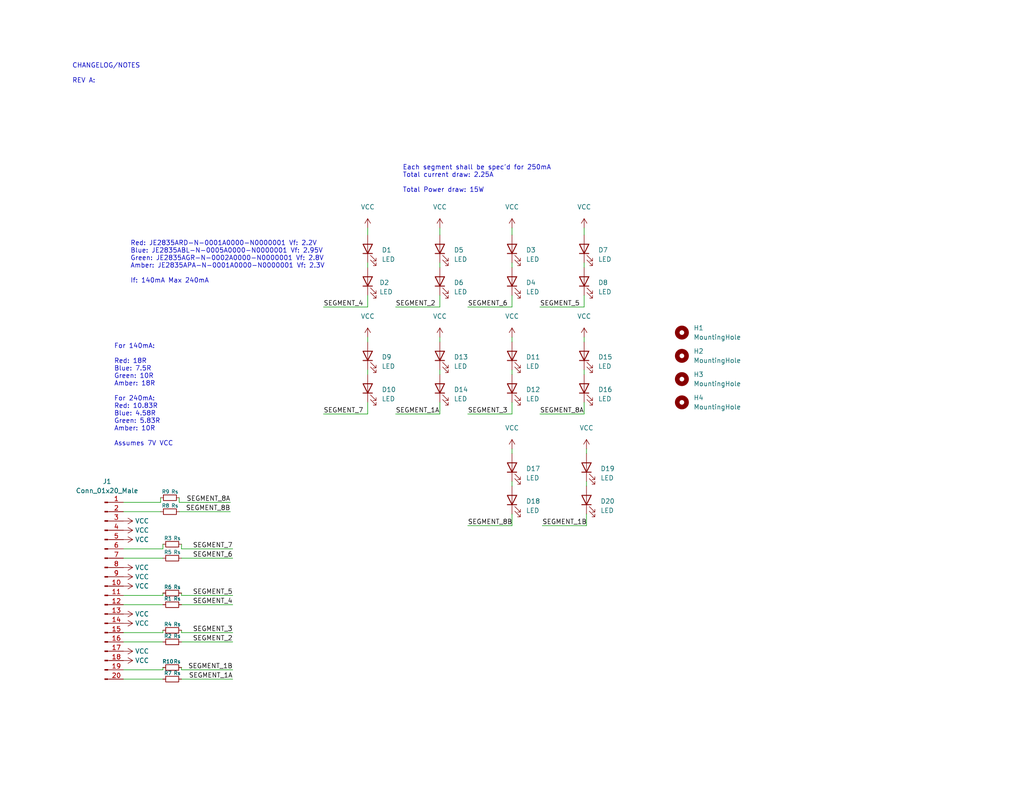
<source format=kicad_sch>
(kicad_sch (version 20211123) (generator eeschema)
  (paper "USLetter")
  (title_block (title "Main"))
  (lib_symbols
    (symbol "Connector:Conn_01x20_Male" (pin_names (offset 1.016) hide)
      (property "Reference" "J" (at 0 25.4 0))
      (property "Value" "Conn_01x20_Male" (at 0 -27.94 0))
      (symbol "Conn_01x20_Male_1_1"
        (polyline (pts (xy 1.27 -25.4) (xy 0.8636 -25.4)) (stroke (width 0.1524)))
        (polyline (pts (xy 1.27 -22.86) (xy 0.8636 -22.86)) (stroke (width 0.1524)))
        (polyline (pts (xy 1.27 -20.32) (xy 0.8636 -20.32)) (stroke (width 0.1524)))
        (polyline (pts (xy 1.27 -17.78) (xy 0.8636 -17.78)) (stroke (width 0.1524)))
        (polyline (pts (xy 1.27 -15.24) (xy 0.8636 -15.24)) (stroke (width 0.1524)))
        (polyline (pts (xy 1.27 -12.7) (xy 0.8636 -12.7)) (stroke (width 0.1524)))
        (polyline (pts (xy 1.27 -10.16) (xy 0.8636 -10.16)) (stroke (width 0.1524)))
        (polyline (pts (xy 1.27 -7.62) (xy 0.8636 -7.62)) (stroke (width 0.1524)))
        (polyline (pts (xy 1.27 -5.08) (xy 0.8636 -5.08)) (stroke (width 0.1524)))
        (polyline (pts (xy 1.27 -2.54) (xy 0.8636 -2.54)) (stroke (width 0.1524)))
        (polyline (pts (xy 1.27 0) (xy 0.8636 0)) (stroke (width 0.1524)))
        (polyline (pts (xy 1.27 2.54) (xy 0.8636 2.54)) (stroke (width 0.1524)))
        (polyline (pts (xy 1.27 5.08) (xy 0.8636 5.08)) (stroke (width 0.1524)))
        (polyline (pts (xy 1.27 7.62) (xy 0.8636 7.62)) (stroke (width 0.1524)))
        (polyline (pts (xy 1.27 10.16) (xy 0.8636 10.16)) (stroke (width 0.1524)))
        (polyline (pts (xy 1.27 12.7) (xy 0.8636 12.7)) (stroke (width 0.1524)))
        (polyline (pts (xy 1.27 15.24) (xy 0.8636 15.24)) (stroke (width 0.1524)))
        (polyline (pts (xy 1.27 17.78) (xy 0.8636 17.78)) (stroke (width 0.1524)))
        (polyline (pts (xy 1.27 20.32) (xy 0.8636 20.32)) (stroke (width 0.1524)))
        (polyline (pts (xy 1.27 22.86) (xy 0.8636 22.86)) (stroke (width 0.1524)))
        (rectangle (start 0.8636 -25.273) (end 0 -25.527) (stroke (width 0.1524)) (fill (type outline)))
        (rectangle (start 0.8636 -22.733) (end 0 -22.987) (stroke (width 0.1524)) (fill (type outline)))
        (rectangle (start 0.8636 -20.193) (end 0 -20.447) (stroke (width 0.1524)) (fill (type outline)))
        (rectangle (start 0.8636 -17.653) (end 0 -17.907) (stroke (width 0.1524)) (fill (type outline)))
        (rectangle (start 0.8636 -15.113) (end 0 -15.367) (stroke (width 0.1524)) (fill (type outline)))
        (rectangle (start 0.8636 -12.573) (end 0 -12.827) (stroke (width 0.1524)) (fill (type outline)))
        (rectangle (start 0.8636 -10.033) (end 0 -10.287) (stroke (width 0.1524)) (fill (type outline)))
        (rectangle (start 0.8636 -7.493) (end 0 -7.747) (stroke (width 0.1524)) (fill (type outline)))
        (rectangle (start 0.8636 -4.953) (end 0 -5.207) (stroke (width 0.1524)) (fill (type outline)))
        (rectangle (start 0.8636 -2.413) (end 0 -2.667) (stroke (width 0.1524)) (fill (type outline)))
        (rectangle (start 0.8636 0.127) (end 0 -0.127) (stroke (width 0.1524)) (fill (type outline)))
        (rectangle (start 0.8636 2.667) (end 0 2.413) (stroke (width 0.1524)) (fill (type outline)))
        (rectangle (start 0.8636 5.207) (end 0 4.953) (stroke (width 0.1524)) (fill (type outline)))
        (rectangle (start 0.8636 7.747) (end 0 7.493) (stroke (width 0.1524)) (fill (type outline)))
        (rectangle (start 0.8636 10.287) (end 0 10.033) (stroke (width 0.1524)) (fill (type outline)))
        (rectangle (start 0.8636 12.827) (end 0 12.573) (stroke (width 0.1524)) (fill (type outline)))
        (rectangle (start 0.8636 15.367) (end 0 15.113) (stroke (width 0.1524)) (fill (type outline)))
        (rectangle (start 0.8636 17.907) (end 0 17.653) (stroke (width 0.1524)) (fill (type outline)))
        (rectangle (start 0.8636 20.447) (end 0 20.193) (stroke (width 0.1524)) (fill (type outline)))
        (rectangle (start 0.8636 22.987) (end 0 22.733) (stroke (width 0.1524)) (fill (type outline)))
        (pin passive line (at 5.08 22.86 180) (length 3.81) (name "Pin_1") (number "1"))
        (pin passive line (at 5.08 0 180) (length 3.81) (name "Pin_10") (number "10"))
        (pin passive line (at 5.08 -2.54 180) (length 3.81) (name "Pin_11") (number "11"))
        (pin passive line (at 5.08 -5.08 180) (length 3.81) (name "Pin_12") (number "12"))
        (pin passive line (at 5.08 -7.62 180) (length 3.81) (name "Pin_13") (number "13"))
        (pin passive line (at 5.08 -10.16 180) (length 3.81) (name "Pin_14") (number "14"))
        (pin passive line (at 5.08 -12.7 180) (length 3.81) (name "Pin_15") (number "15"))
        (pin passive line (at 5.08 -15.24 180) (length 3.81) (name "Pin_16") (number "16"))
        (pin passive line (at 5.08 -17.78 180) (length 3.81) (name "Pin_17") (number "17"))
        (pin passive line (at 5.08 -20.32 180) (length 3.81) (name "Pin_18") (number "18"))
        (pin passive line (at 5.08 -22.86 180) (length 3.81) (name "Pin_19") (number "19"))
        (pin passive line (at 5.08 20.32 180) (length 3.81) (name "Pin_2") (number "2"))
        (pin passive line (at 5.08 -25.4 180) (length 3.81) (name "Pin_20") (number "20"))
        (pin passive line (at 5.08 17.78 180) (length 3.81) (name "Pin_3") (number "3"))
        (pin passive line (at 5.08 15.24 180) (length 3.81) (name "Pin_4") (number "4"))
        (pin passive line (at 5.08 12.7 180) (length 3.81) (name "Pin_5") (number "5"))
        (pin passive line (at 5.08 10.16 180) (length 3.81) (name "Pin_6") (number "6"))
        (pin passive line (at 5.08 7.62 180) (length 3.81) (name "Pin_7") (number "7"))
        (pin passive line (at 5.08 5.08 180) (length 3.81) (name "Pin_8") (number "8"))
        (pin passive line (at 5.08 2.54 180) (length 3.81) (name "Pin_9") (number "9"))
      )
    )
    (symbol "Device:LED" (pin_numbers hide) (pin_names (offset 1.016) hide)
      (property "Reference" "D" (at 0 2.54 0))
      (property "Value" "LED" (at 0 -2.54 0))
      (symbol "LED_0_1"
        (polyline (pts (xy -1.27 -1.27) (xy -1.27 1.27)) (stroke (width 0.254)))
        (polyline (pts (xy -1.27 0) (xy 1.27 0)))
        (polyline (pts (xy 1.27 -1.27) (xy 1.27 1.27) (xy -1.27 0) (xy 1.27 -1.27)) (stroke (width 0.254)))
        (polyline (pts (xy -3.048 -0.762) (xy -4.572 -2.286) (xy -3.81 -2.286) (xy -4.572 -2.286) (xy -4.572 -1.524)))
        (polyline (pts (xy -1.778 -0.762) (xy -3.302 -2.286) (xy -2.54 -2.286) (xy -3.302 -2.286) (xy -3.302 -1.524)))
      )
      (symbol "LED_1_1"
        (pin passive line (at -3.81 0 0) (length 2.54) (name "K") (number "1"))
        (pin passive line (at 3.81 0 180) (length 2.54) (name "A") (number "2"))
      )
    )
    (symbol "Device:R_Small" (pin_numbers hide) (pin_names (offset 0.254) hide)
      (property "Reference" "R" (at 0.762 0.508 0))
      (property "Value" "R_Small" (at 0.762 -1.016 0))
      (symbol "R_Small_0_1"
        (rectangle (start -0.762 1.778) (end 0.762 -1.778) (stroke (width 0.2032)))
      )
      (symbol "R_Small_1_1"
        (pin passive line (at 0 2.54 270) (length 0.762) (name "~") (number "1"))
        (pin passive line (at 0 -2.54 90) (length 0.762) (name "~") (number "2"))
      )
    )
    (symbol "Mechanical:MountingHole" (pin_names (offset 1.016))
      (property "Reference" "H" (at 0 5.08 0))
      (property "Value" "MountingHole" (at 0 3.175 0))
      (symbol "MountingHole_0_1"
        (circle (center 0 0) (radius 1.27) (stroke (width 1.27)))
      )
    )
    (symbol "power:VCC" (power) (pin_names (offset 0))
      (property "Value" "VCC" (at 0 3.81 0))
      (symbol "VCC_0_1"
        (polyline (pts (xy -0.762 1.27) (xy 0 2.54)))
        (polyline (pts (xy 0 0) (xy 0 2.54)))
        (polyline (pts (xy 0 2.54) (xy 0.762 1.27)))
      )
      (symbol "VCC_1_1"
        (pin power_in line (at 0 0 90) (length 0) hide (name "VCC") (number "1"))
      )
    )
  )
  (wire (pts (xy 49.53 152.4) (xy 63.5 152.4)))
  (wire (pts (xy 120.015 100.965) (xy 120.015 102.235)))
  (wire (pts (xy 44.45 185.42) (xy 33.655 185.42)))
  (wire (pts (xy 139.7 62.23) (xy 139.7 64.135)))
  (wire (pts (xy 44.45 172.72) (xy 44.45 172.085)))
  (wire (pts (xy 107.95 113.03) (xy 120.015 113.03)))
  (wire (pts (xy 127.635 83.82) (xy 139.7 83.82)))
  (wire (pts (xy 49.53 182.88) (xy 63.5 182.88)))
  (wire (pts (xy 159.385 92.075) (xy 159.385 93.345)))
  (wire (pts (xy 49.53 162.56) (xy 63.5 162.56)))
  (wire (pts (xy 49.53 165.1) (xy 63.5 165.1)))
  (wire (pts (xy 49.53 161.925) (xy 49.53 162.56)))
  (wire (pts (xy 147.32 83.82) (xy 159.385 83.82)))
  (wire (pts (xy 100.33 73.025) (xy 100.33 71.755)))
  (wire (pts (xy 44.45 149.86) (xy 33.655 149.86)))
  (wire (pts (xy 100.33 92.075) (xy 100.33 93.345)))
  (wire (pts (xy 33.655 172.72) (xy 44.45 172.72)))
  (wire (pts (xy 139.7 122.555) (xy 139.7 123.825)))
  (wire (pts (xy 43.815 135.89) (xy 43.815 137.16)))
  (wire (pts (xy 147.955 143.51) (xy 160.02 143.51)))
  (wire (pts (xy 159.385 113.03) (xy 159.385 109.855)))
  (wire (pts (xy 127.635 113.03) (xy 139.7 113.03)))
  (wire (pts (xy 49.53 182.245) (xy 49.53 182.88)))
  (wire (pts (xy 120.015 113.03) (xy 120.015 109.855)))
  (wire (pts (xy 88.265 113.03) (xy 100.33 113.03)))
  (wire (pts (xy 139.7 100.965) (xy 139.7 102.235)))
  (wire (pts (xy 139.7 140.335) (xy 139.7 143.51)))
  (wire (pts (xy 139.7 109.855) (xy 139.7 113.03)))
  (wire (pts (xy 48.895 135.89) (xy 48.895 137.16)))
  (wire (pts (xy 160.02 122.555) (xy 160.02 123.825)))
  (wire (pts (xy 120.015 83.82) (xy 120.015 80.645)))
  (wire (pts (xy 100.33 80.645) (xy 100.33 83.82)))
  (wire (pts (xy 44.45 182.88) (xy 44.45 182.245)))
  (wire (pts (xy 139.7 131.445) (xy 139.7 132.715)))
  (wire (pts (xy 147.32 113.03) (xy 159.385 113.03)))
  (wire (pts (xy 48.895 139.7) (xy 62.865 139.7)))
  (wire (pts (xy 159.385 62.23) (xy 159.385 64.135)))
  (wire (pts (xy 100.33 62.23) (xy 100.33 64.135)))
  (wire (pts (xy 43.815 137.16) (xy 33.655 137.16)))
  (wire (pts (xy 49.53 148.59) (xy 49.53 149.86)))
  (wire (pts (xy 107.95 83.82) (xy 120.015 83.82)))
  (wire (pts (xy 120.015 92.075) (xy 120.015 93.345)))
  (wire (pts (xy 159.385 83.82) (xy 159.385 80.645)))
  (wire (pts (xy 33.655 182.88) (xy 44.45 182.88)))
  (wire (pts (xy 49.53 149.86) (xy 63.5 149.86)))
  (wire (pts (xy 160.02 131.445) (xy 160.02 132.715)))
  (wire (pts (xy 100.33 100.965) (xy 100.33 102.235)))
  (wire (pts (xy 160.02 143.51) (xy 160.02 140.335)))
  (wire (pts (xy 44.45 165.1) (xy 33.655 165.1)))
  (wire (pts (xy 44.45 175.26) (xy 33.655 175.26)))
  (wire (pts (xy 48.895 137.16) (xy 62.865 137.16)))
  (wire (pts (xy 44.45 148.59) (xy 44.45 149.86)))
  (wire (pts (xy 139.7 92.075) (xy 139.7 93.345)))
  (wire (pts (xy 44.45 152.4) (xy 33.655 152.4)))
  (wire (pts (xy 120.015 71.755) (xy 120.015 73.025)))
  (wire (pts (xy 88.265 83.82) (xy 100.33 83.82)))
  (wire (pts (xy 44.45 162.56) (xy 44.45 161.925)))
  (wire (pts (xy 33.655 162.56) (xy 44.45 162.56)))
  (wire (pts (xy 100.33 109.855) (xy 100.33 113.03)))
  (wire (pts (xy 63.5 172.72) (xy 49.53 172.72)))
  (wire (pts (xy 43.815 139.7) (xy 33.655 139.7)))
  (wire (pts (xy 139.7 80.645) (xy 139.7 83.82)))
  (wire (pts (xy 127.635 143.51) (xy 139.7 143.51)))
  (wire (pts (xy 159.385 71.755) (xy 159.385 73.025)))
  (wire (pts (xy 49.53 172.72) (xy 49.53 172.085)))
  (wire (pts (xy 49.53 175.26) (xy 63.5 175.26)))
  (wire (pts (xy 139.7 71.755) (xy 139.7 73.025)))
  (wire (pts (xy 120.015 62.23) (xy 120.015 64.135)))
  (wire (pts (xy 49.53 185.42) (xy 63.5 185.42)))
  (wire (pts (xy 159.385 100.965) (xy 159.385 102.235)))
  (text "Red: JE2835ARD-N-0001A0000-N0000001 Vf: 2.2V\nBlue: JE2835ABL-N-0005A0000-N0000001 Vf: 2.95V\nGreen: JE2835AGR-N-0002A0000-N0000001 Vf: 2.8V\nAmber: JE2835APA-N-0001A0000-N0000001 Vf: 2.3V\n\nIf: 140mA Max 240mA" (at 35.56 77.47 0) (effects (font (size 1.27 1.27)) (justify left bottom)))
  (text "Each segment shall be spec'd for 250mA\nTotal current draw: 2.25A\n\nTotal Power draw: 15W" (at 109.855 52.705 0) (effects (font (size 1.27 1.27)) (justify left bottom)))
  (text "For 140mA:\n\nRed: 18R\nBlue: 7.5R\nGreen: 10R\nAmber: 18R\n\nFor 240mA:\nRed: 10.83R\nBlue: 4.58R\nGreen: 5.83R\nAmber: 10R\n\nAssumes 7V VCC\n" (at 31.115 121.92 0) (effects (font (size 1.27 1.27)) (justify left bottom)))
  (text "CHANGELOG/NOTES\n\nREV A: " (at 19.685 22.86 0) (effects (font (size 1.27 1.27)) (justify left bottom)))
  (label "SEGMENT_7" (at 63.5 149.86 180))
  (label "SEGMENT_7" (at 88.265 113.03 0))
  (label "SEGMENT_5" (at 63.5 162.56 180))
  (label "SEGMENT_4" (at 88.265 83.82 0))
  (label "SEGMENT_1A" (at 63.5 185.42 180))
  (label "SEGMENT_1B" (at 63.5 182.88 180))
  (label "SEGMENT_5" (at 147.32 83.82 0))
  (label "SEGMENT_8B" (at 62.865 139.7 180))
  (label "SEGMENT_3" (at 63.5 172.72 180))
  (label "SEGMENT_6" (at 63.5 152.4 180))
  (label "SEGMENT_3" (at 127.635 113.03 0))
  (label "SEGMENT_8A" (at 147.32 113.03 0))
  (label "SEGMENT_2" (at 63.5 175.26 180))
  (label "SEGMENT_4" (at 63.5 165.1 180))
  (label "SEGMENT_2" (at 107.95 83.82 0))
  (label "SEGMENT_1B" (at 147.955 143.51 0))
  (label "SEGMENT_8B" (at 127.635 143.51 0))
  (label "SEGMENT_8A" (at 62.865 137.16 180))
  (label "SEGMENT_1A" (at 107.95 113.03 0))
  (label "SEGMENT_6" (at 127.635 83.82 0))
  (symbol (lib_id "power:VCC") (at 33.655 157.48 270) (unit 1)
    (property "Reference" "#PWR0106" (effects hide))
    (property "Value" "VCC" (at 36.83 157.4799 90) (effects (justify left)))
  )
  (symbol (lib_id "Mechanical:MountingHole") (at 186.055 90.805 0) (unit 1)
    (property "Reference" "H1" (at 189.23 89.5349 0) (effects (justify left)))
    (property "Value" "MountingHole" (at 189.23 92.0749 0) (effects (justify left)))
    (property "Footprint" "MountingHole:MountingHole_3.2mm_M3_DIN965_Pad" (effects hide))
  )
  (symbol (lib_id "power:VCC") (at 33.655 170.18 270) (unit 1)
    (property "Reference" "#PWR0103" (effects hide))
    (property "Value" "VCC" (at 36.83 170.1799 90) (effects (justify left)))
  )
  (symbol (lib_id "Device:R_Small") (at 46.99 175.26 90) (unit 1)
    (property "Reference" "R2" (at 45.823 173.629 90) (effects (font (size 1 1))))
    (property "Value" "Rs" (at 48.3377 173.629 90) (effects (font (size 1 1))))
    (property "Footprint" "Resistor_SMD:R_2512_6332Metric" (effects hide))
  )
  (symbol (lib_id "Device:R_Small") (at 46.355 135.89 90) (unit 1)
    (property "Reference" "R9" (at 45.188 134.259 90) (effects (font (size 1 1))))
    (property "Value" "Rs" (at 47.7027 134.259 90) (effects (font (size 1 1))))
    (property "Footprint" "Resistor_SMD:R_2512_6332Metric" (effects hide))
  )
  (symbol (lib_id "Device:LED") (at 100.33 67.945 90) (unit 1)
    (property "Reference" "D1" (at 104.14 68.2624 90) (effects (justify right)))
    (property "Value" "LED" (at 104.14 70.8024 90) (effects (justify right)))
    (property "Footprint" "LED_SMD:LED_PLCC_2835" (effects hide))
  )
  (symbol (lib_id "Device:LED") (at 120.015 106.045 90) (unit 1)
    (property "Reference" "D14" (at 123.825 106.3624 90) (effects (justify right)))
    (property "Value" "LED" (at 123.825 108.9024 90) (effects (justify right)))
    (property "Footprint" "LED_SMD:LED_PLCC_2835" (effects hide))
  )
  (symbol (lib_id "Mechanical:MountingHole") (at 186.055 103.505 0) (unit 1)
    (property "Reference" "H3" (at 189.23 102.2349 0) (effects (justify left)))
    (property "Value" "MountingHole" (at 189.23 104.7749 0) (effects (justify left)))
    (property "Footprint" "MountingHole:MountingHole_3.2mm_M3_DIN965_Pad" (effects hide))
  )
  (symbol (lib_id "power:VCC") (at 33.655 154.94 270) (unit 1)
    (property "Reference" "#PWR0107" (effects hide))
    (property "Value" "VCC" (at 36.83 154.9399 90) (effects (justify left)))
  )
  (symbol (lib_id "Device:LED") (at 100.33 97.155 90) (unit 1)
    (property "Reference" "D9" (at 104.14 97.4724 90) (effects (justify right)))
    (property "Value" "LED" (at 104.14 100.0124 90) (effects (justify right)))
    (property "Footprint" "LED_SMD:LED_PLCC_2835" (effects hide))
  )
  (symbol (lib_id "power:VCC") (at 33.655 177.8 270) (unit 1)
    (property "Reference" "#PWR0102" (effects hide))
    (property "Value" "VCC" (at 36.83 177.7999 90) (effects (justify left)))
  )
  (symbol (lib_id "power:VCC") (at 139.7 122.555 0) (unit 1)
    (property "Reference" "#PWR09" (effects hide))
    (property "Value" "VCC" (at 139.7 116.84 0))
  )
  (symbol (lib_id "Device:LED") (at 159.385 97.155 90) (unit 1)
    (property "Reference" "D15" (at 163.195 97.4724 90) (effects (justify right)))
    (property "Value" "LED" (at 163.195 100.0124 90) (effects (justify right)))
    (property "Footprint" "LED_SMD:LED_PLCC_2835" (effects hide))
  )
  (symbol (lib_id "Device:LED") (at 139.7 106.045 90) (unit 1)
    (property "Reference" "D12" (at 143.51 106.3624 90) (effects (justify right)))
    (property "Value" "LED" (at 143.51 108.9024 90) (effects (justify right)))
    (property "Footprint" "LED_SMD:LED_PLCC_2835" (effects hide))
  )
  (symbol (lib_id "power:VCC") (at 139.7 92.075 0) (unit 1)
    (property "Reference" "#PWR07" (effects hide))
    (property "Value" "VCC" (at 139.7 86.36 0))
  )
  (symbol (lib_id "power:VCC") (at 33.655 180.34 270) (unit 1)
    (property "Reference" "#PWR0101" (effects hide))
    (property "Value" "VCC" (at 36.83 180.3399 90) (effects (justify left)))
  )
  (symbol (lib_id "Device:LED") (at 159.385 76.835 90) (unit 1)
    (property "Reference" "D8" (at 163.195 77.1524 90) (effects (justify right)))
    (property "Value" "LED" (at 163.195 79.6924 90) (effects (justify right)))
    (property "Footprint" "LED_SMD:LED_PLCC_2835" (effects hide))
  )
  (symbol (lib_id "Mechanical:MountingHole") (at 186.055 109.855 0) (unit 1)
    (property "Reference" "H4" (at 189.23 108.5849 0) (effects (justify left)))
    (property "Value" "MountingHole" (at 189.23 111.1249 0) (effects (justify left)))
    (property "Footprint" "MountingHole:MountingHole_3.2mm_M3_DIN965_Pad" (effects hide))
  )
  (symbol (lib_id "power:VCC") (at 160.02 122.555 0) (unit 1)
    (property "Reference" "#PWR010" (effects hide))
    (property "Value" "VCC" (at 160.02 116.84 0))
  )
  (symbol (lib_id "Device:LED") (at 160.02 127.635 90) (unit 1)
    (property "Reference" "D19" (at 163.83 127.9524 90) (effects (justify right)))
    (property "Value" "LED" (at 163.83 130.4924 90) (effects (justify right)))
    (property "Footprint" "LED_SMD:LED_PLCC_2835" (effects hide))
  )
  (symbol (lib_id "power:VCC") (at 159.385 62.23 0) (unit 1)
    (property "Reference" "#PWR04" (effects hide))
    (property "Value" "VCC" (at 159.385 56.515 0))
  )
  (symbol (lib_id "Device:LED") (at 160.02 136.525 90) (unit 1)
    (property "Reference" "D20" (at 163.83 136.8424 90) (effects (justify right)))
    (property "Value" "LED" (at 163.83 139.3824 90) (effects (justify right)))
    (property "Footprint" "LED_SMD:LED_PLCC_2835" (effects hide))
  )
  (symbol (lib_id "Device:R_Small") (at 46.99 185.42 90) (unit 1)
    (property "Reference" "R7" (at 45.823 183.789 90) (effects (font (size 1 1))))
    (property "Value" "Rs" (at 48.3377 183.789 90) (effects (font (size 1 1))))
    (property "Footprint" "Resistor_SMD:R_2512_6332Metric" (effects hide))
  )
  (symbol (lib_id "Device:LED") (at 100.33 106.045 90) (unit 1)
    (property "Reference" "D10" (at 104.14 106.3624 90) (effects (justify right)))
    (property "Value" "LED" (at 104.14 108.9024 90) (effects (justify right)))
    (property "Footprint" "LED_SMD:LED_PLCC_2835" (effects hide))
  )
  (symbol (lib_id "power:VCC") (at 33.655 142.24 270) (unit 1)
    (property "Reference" "#PWR0109" (effects hide))
    (property "Value" "VCC" (at 36.83 142.2399 90) (effects (justify left)))
  )
  (symbol (lib_id "Device:LED") (at 159.385 67.945 90) (unit 1)
    (property "Reference" "D7" (at 163.195 68.2624 90) (effects (justify right)))
    (property "Value" "LED" (at 163.195 70.8024 90) (effects (justify right)))
    (property "Footprint" "LED_SMD:LED_PLCC_2835" (effects hide))
  )
  (symbol (lib_id "power:VCC") (at 33.655 144.78 270) (unit 1)
    (property "Reference" "#PWR0110" (effects hide))
    (property "Value" "VCC" (at 36.83 144.7799 90) (effects (justify left)))
  )
  (symbol (lib_id "power:VCC") (at 120.015 92.075 0) (unit 1)
    (property "Reference" "#PWR06" (effects hide))
    (property "Value" "VCC" (at 120.015 86.36 0))
  )
  (symbol (lib_id "Device:LED") (at 120.015 67.945 90) (unit 1)
    (property "Reference" "D5" (at 123.825 68.2624 90) (effects (justify right)))
    (property "Value" "LED" (at 123.825 70.8024 90) (effects (justify right)))
    (property "Footprint" "LED_SMD:LED_PLCC_2835" (effects hide))
  )
  (symbol (lib_id "Device:LED") (at 139.7 76.835 90) (unit 1)
    (property "Reference" "D4" (at 143.51 77.1524 90) (effects (justify right)))
    (property "Value" "LED" (at 143.51 79.6924 90) (effects (justify right)))
    (property "Footprint" "LED_SMD:LED_PLCC_2835" (effects hide))
  )
  (symbol (lib_id "Device:LED") (at 159.385 106.045 90) (unit 1)
    (property "Reference" "D16" (at 163.195 106.3624 90) (effects (justify right)))
    (property "Value" "LED" (at 163.195 108.9024 90) (effects (justify right)))
    (property "Footprint" "LED_SMD:LED_PLCC_2835" (effects hide))
  )
  (symbol (lib_id "Device:R_Small") (at 46.99 172.085 90) (unit 1)
    (property "Reference" "R4" (at 45.823 170.454 90) (effects (font (size 1 1))))
    (property "Value" "Rs" (at 48.3377 170.454 90) (effects (font (size 1 1))))
    (property "Footprint" "Resistor_SMD:R_2512_6332Metric" (effects hide))
  )
  (symbol (lib_id "Mechanical:MountingHole") (at 186.055 97.155 0) (unit 1)
    (property "Reference" "H2" (at 189.23 95.8849 0) (effects (justify left)))
    (property "Value" "MountingHole" (at 189.23 98.4249 0) (effects (justify left)))
    (property "Footprint" "MountingHole:MountingHole_3.2mm_M3_DIN965_Pad" (effects hide))
  )
  (symbol (lib_id "Device:LED") (at 139.7 67.945 90) (unit 1)
    (property "Reference" "D3" (at 143.51 68.2624 90) (effects (justify right)))
    (property "Value" "LED" (at 143.51 70.8024 90) (effects (justify right)))
    (property "Footprint" "LED_SMD:LED_PLCC_2835" (effects hide))
  )
  (symbol (lib_id "power:VCC") (at 100.33 62.23 0) (unit 1)
    (property "Reference" "#PWR01" (effects hide))
    (property "Value" "VCC" (at 100.33 56.515 0))
  )
  (symbol (lib_id "power:VCC") (at 100.33 92.075 0) (unit 1)
    (property "Reference" "#PWR05" (effects hide))
    (property "Value" "VCC" (at 100.33 86.36 0))
  )
  (symbol (lib_id "Connector:Conn_01x20_Male") (at 28.575 160.02 0) (unit 1)
    (property "Reference" "J1" (at 29.21 131.445 0))
    (property "Value" "Conn_01x20_Male" (at 29.21 133.985 0))
    (property "Footprint" "Connector_Harwin:Harwin_M20-89020xx_1x20_P2.54mm_Horizontal" (effects hide))
    (property "Digikey" "S1113E-20-ND" (effects hide))
  )
  (symbol (lib_id "power:VCC") (at 120.015 62.23 0) (unit 1)
    (property "Reference" "#PWR02" (effects hide))
    (property "Value" "VCC" (at 120.015 56.515 0))
  )
  (symbol (lib_id "Device:R_Small") (at 46.99 148.59 90) (unit 1)
    (property "Reference" "R3" (at 45.823 146.959 90) (effects (font (size 1 1))))
    (property "Value" "Rs" (at 48.3377 146.959 90) (effects (font (size 1 1))))
    (property "Footprint" "Resistor_SMD:R_2512_6332Metric" (effects hide))
  )
  (symbol (lib_id "Device:LED") (at 139.7 136.525 90) (unit 1)
    (property "Reference" "D18" (at 143.51 136.8424 90) (effects (justify right)))
    (property "Value" "LED" (at 143.51 139.3824 90) (effects (justify right)))
    (property "Footprint" "LED_SMD:LED_PLCC_2835" (effects hide))
  )
  (symbol (lib_id "Device:LED") (at 120.015 76.835 90) (unit 1)
    (property "Reference" "D6" (at 123.825 77.1524 90) (effects (justify right)))
    (property "Value" "LED" (at 123.825 79.6924 90) (effects (justify right)))
    (property "Footprint" "LED_SMD:LED_PLCC_2835" (effects hide))
  )
  (symbol (lib_id "Device:R_Small") (at 46.99 182.245 90) (unit 1)
    (property "Reference" "R10" (at 45.823 180.614 90) (effects (font (size 1 1))))
    (property "Value" "Rs" (at 48.3377 180.614 90) (effects (font (size 1 1))))
    (property "Footprint" "Resistor_SMD:R_2512_6332Metric" (effects hide))
  )
  (symbol (lib_id "Device:LED") (at 139.7 97.155 90) (unit 1)
    (property "Reference" "D11" (at 143.51 97.4724 90) (effects (justify right)))
    (property "Value" "LED" (at 143.51 100.0124 90) (effects (justify right)))
    (property "Footprint" "LED_SMD:LED_PLCC_2835" (effects hide))
  )
  (symbol (lib_id "power:VCC") (at 33.655 167.64 270) (unit 1)
    (property "Reference" "#PWR0104" (effects hide))
    (property "Value" "VCC" (at 36.83 167.6399 90) (effects (justify left)))
  )
  (symbol (lib_id "Device:R_Small") (at 46.99 165.1 90) (unit 1)
    (property "Reference" "R1" (at 45.823 163.469 90) (effects (font (size 1 1))))
    (property "Value" "Rs" (at 48.3377 163.469 90) (effects (font (size 1 1))))
    (property "Footprint" "Resistor_SMD:R_2512_6332Metric" (effects hide))
  )
  (symbol (lib_id "Device:LED") (at 120.015 97.155 90) (unit 1)
    (property "Reference" "D13" (at 123.825 97.4724 90) (effects (justify right)))
    (property "Value" "LED" (at 123.825 100.0124 90) (effects (justify right)))
    (property "Footprint" "LED_SMD:LED_PLCC_2835" (effects hide))
  )
  (symbol (lib_id "Device:LED") (at 100.33 76.835 90) (unit 1)
    (property "Reference" "D2" (at 103.505 77.1524 90) (effects (justify right)))
    (property "Value" "LED" (at 103.505 79.6924 90) (effects (justify right)))
    (property "Footprint" "LED_SMD:LED_PLCC_2835" (effects hide))
  )
  (symbol (lib_id "Device:R_Small") (at 46.355 139.7 90) (unit 1)
    (property "Reference" "R8" (at 45.188 138.069 90) (effects (font (size 1 1))))
    (property "Value" "Rs" (at 47.7027 138.069 90) (effects (font (size 1 1))))
    (property "Footprint" "Resistor_SMD:R_2512_6332Metric" (effects hide))
  )
  (symbol (lib_id "Device:R_Small") (at 46.99 161.925 90) (unit 1)
    (property "Reference" "R6" (at 45.823 160.294 90) (effects (font (size 1 1))))
    (property "Value" "Rs" (at 48.3377 160.294 90) (effects (font (size 1 1))))
    (property "Footprint" "Resistor_SMD:R_2512_6332Metric" (effects hide))
  )
  (symbol (lib_id "power:VCC") (at 159.385 92.075 0) (unit 1)
    (property "Reference" "#PWR08" (effects hide))
    (property "Value" "VCC" (at 159.385 86.36 0))
  )
  (symbol (lib_id "Device:LED") (at 139.7 127.635 90) (unit 1)
    (property "Reference" "D17" (at 143.51 127.9524 90) (effects (justify right)))
    (property "Value" "LED" (at 143.51 130.4924 90) (effects (justify right)))
    (property "Footprint" "LED_SMD:LED_PLCC_2835" (effects hide))
  )
  (symbol (lib_id "power:VCC") (at 33.655 160.02 270) (unit 1)
    (property "Reference" "#PWR0105" (effects hide))
    (property "Value" "VCC" (at 36.83 160.0199 90) (effects (justify left)))
  )
  (symbol (lib_id "power:VCC") (at 139.7 62.23 0) (unit 1)
    (property "Reference" "#PWR03" (effects hide))
    (property "Value" "VCC" (at 139.7 56.515 0))
  )
  (symbol (lib_id "power:VCC") (at 33.655 147.32 270) (unit 1)
    (property "Reference" "#PWR0108" (effects hide))
    (property "Value" "VCC" (at 36.83 147.3199 90) (effects (justify left)))
  )
  (symbol (lib_id "Device:R_Small") (at 46.99 152.4 90) (unit 1)
    (property "Reference" "R5" (at 45.823 150.769 90) (effects (font (size 1 1))))
    (property "Value" "Rs" (at 48.3377 150.769 90) (effects (font (size 1 1))))
    (property "Footprint" "Resistor_SMD:R_2512_6332Metric" (effects hide))
  )
)
</source>
